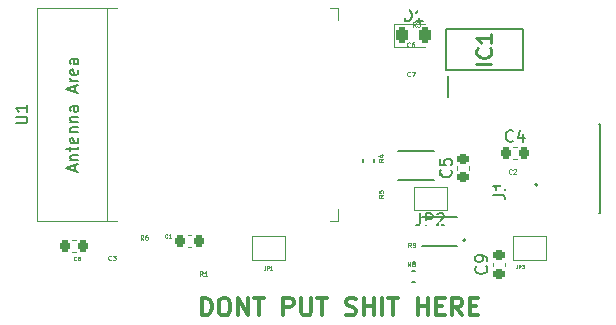
<source format=gto>
G04 #@! TF.GenerationSoftware,KiCad,Pcbnew,7.0.2-6a45011f42~172~ubuntu20.04.1*
G04 #@! TF.CreationDate,2023-05-13T12:04:57+10:00*
G04 #@! TF.ProjectId,pcb_redesign,7063625f-7265-4646-9573-69676e2e6b69,rev?*
G04 #@! TF.SameCoordinates,Original*
G04 #@! TF.FileFunction,Legend,Top*
G04 #@! TF.FilePolarity,Positive*
%FSLAX46Y46*%
G04 Gerber Fmt 4.6, Leading zero omitted, Abs format (unit mm)*
G04 Created by KiCad (PCBNEW 7.0.2-6a45011f42~172~ubuntu20.04.1) date 2023-05-13 12:04:57*
%MOMM*%
%LPD*%
G01*
G04 APERTURE LIST*
G04 Aperture macros list*
%AMRoundRect*
0 Rectangle with rounded corners*
0 $1 Rounding radius*
0 $2 $3 $4 $5 $6 $7 $8 $9 X,Y pos of 4 corners*
0 Add a 4 corners polygon primitive as box body*
4,1,4,$2,$3,$4,$5,$6,$7,$8,$9,$2,$3,0*
0 Add four circle primitives for the rounded corners*
1,1,$1+$1,$2,$3*
1,1,$1+$1,$4,$5*
1,1,$1+$1,$6,$7*
1,1,$1+$1,$8,$9*
0 Add four rect primitives between the rounded corners*
20,1,$1+$1,$2,$3,$4,$5,0*
20,1,$1+$1,$4,$5,$6,$7,0*
20,1,$1+$1,$6,$7,$8,$9,0*
20,1,$1+$1,$8,$9,$2,$3,0*%
G04 Aperture macros list end*
%ADD10C,0.300000*%
%ADD11C,0.098425*%
%ADD12C,0.150000*%
%ADD13C,0.254000*%
%ADD14C,0.075000*%
%ADD15C,0.200000*%
%ADD16C,0.127000*%
%ADD17C,0.120000*%
%ADD18R,0.560000X0.350000*%
%ADD19R,0.200000X1.600000*%
%ADD20R,0.900000X0.970000*%
%ADD21R,0.940000X1.020000*%
%ADD22R,0.870000X0.930000*%
%ADD23R,0.900000X1.500000*%
%ADD24R,1.500000X0.900000*%
%ADD25R,0.900000X0.900000*%
%ADD26R,0.970000X0.930000*%
%ADD27R,0.790000X0.930000*%
%ADD28R,0.930000X0.970000*%
%ADD29R,0.930000X0.790000*%
%ADD30R,1.000000X1.500000*%
%ADD31RoundRect,0.225000X0.250000X-0.225000X0.250000X0.225000X-0.250000X0.225000X-0.250000X-0.225000X0*%
%ADD32R,0.950000X1.750000*%
%ADD33R,3.200000X1.750000*%
%ADD34RoundRect,0.225000X-0.225000X-0.250000X0.225000X-0.250000X0.225000X0.250000X-0.225000X0.250000X0*%
%ADD35R,1.350000X0.400000*%
%ADD36R,1.600000X2.100000*%
%ADD37R,1.900000X1.800000*%
%ADD38R,1.900000X1.900000*%
%ADD39RoundRect,0.243750X-0.243750X-0.456250X0.243750X-0.456250X0.243750X0.456250X-0.243750X0.456250X0*%
G04 APERTURE END LIST*
D10*
X120307142Y-84916428D02*
X120307142Y-83416428D01*
X120307142Y-83416428D02*
X120664285Y-83416428D01*
X120664285Y-83416428D02*
X120878571Y-83487857D01*
X120878571Y-83487857D02*
X121021428Y-83630714D01*
X121021428Y-83630714D02*
X121092857Y-83773571D01*
X121092857Y-83773571D02*
X121164285Y-84059285D01*
X121164285Y-84059285D02*
X121164285Y-84273571D01*
X121164285Y-84273571D02*
X121092857Y-84559285D01*
X121092857Y-84559285D02*
X121021428Y-84702142D01*
X121021428Y-84702142D02*
X120878571Y-84845000D01*
X120878571Y-84845000D02*
X120664285Y-84916428D01*
X120664285Y-84916428D02*
X120307142Y-84916428D01*
X122092857Y-83416428D02*
X122378571Y-83416428D01*
X122378571Y-83416428D02*
X122521428Y-83487857D01*
X122521428Y-83487857D02*
X122664285Y-83630714D01*
X122664285Y-83630714D02*
X122735714Y-83916428D01*
X122735714Y-83916428D02*
X122735714Y-84416428D01*
X122735714Y-84416428D02*
X122664285Y-84702142D01*
X122664285Y-84702142D02*
X122521428Y-84845000D01*
X122521428Y-84845000D02*
X122378571Y-84916428D01*
X122378571Y-84916428D02*
X122092857Y-84916428D01*
X122092857Y-84916428D02*
X121950000Y-84845000D01*
X121950000Y-84845000D02*
X121807142Y-84702142D01*
X121807142Y-84702142D02*
X121735714Y-84416428D01*
X121735714Y-84416428D02*
X121735714Y-83916428D01*
X121735714Y-83916428D02*
X121807142Y-83630714D01*
X121807142Y-83630714D02*
X121950000Y-83487857D01*
X121950000Y-83487857D02*
X122092857Y-83416428D01*
X123378571Y-84916428D02*
X123378571Y-83416428D01*
X123378571Y-83416428D02*
X124235714Y-84916428D01*
X124235714Y-84916428D02*
X124235714Y-83416428D01*
X124735715Y-83416428D02*
X125592858Y-83416428D01*
X125164286Y-84916428D02*
X125164286Y-83416428D01*
X127235714Y-84916428D02*
X127235714Y-83416428D01*
X127235714Y-83416428D02*
X127807143Y-83416428D01*
X127807143Y-83416428D02*
X127950000Y-83487857D01*
X127950000Y-83487857D02*
X128021429Y-83559285D01*
X128021429Y-83559285D02*
X128092857Y-83702142D01*
X128092857Y-83702142D02*
X128092857Y-83916428D01*
X128092857Y-83916428D02*
X128021429Y-84059285D01*
X128021429Y-84059285D02*
X127950000Y-84130714D01*
X127950000Y-84130714D02*
X127807143Y-84202142D01*
X127807143Y-84202142D02*
X127235714Y-84202142D01*
X128735714Y-83416428D02*
X128735714Y-84630714D01*
X128735714Y-84630714D02*
X128807143Y-84773571D01*
X128807143Y-84773571D02*
X128878572Y-84845000D01*
X128878572Y-84845000D02*
X129021429Y-84916428D01*
X129021429Y-84916428D02*
X129307143Y-84916428D01*
X129307143Y-84916428D02*
X129450000Y-84845000D01*
X129450000Y-84845000D02*
X129521429Y-84773571D01*
X129521429Y-84773571D02*
X129592857Y-84630714D01*
X129592857Y-84630714D02*
X129592857Y-83416428D01*
X130092858Y-83416428D02*
X130950001Y-83416428D01*
X130521429Y-84916428D02*
X130521429Y-83416428D01*
X132521429Y-84845000D02*
X132735715Y-84916428D01*
X132735715Y-84916428D02*
X133092857Y-84916428D01*
X133092857Y-84916428D02*
X133235715Y-84845000D01*
X133235715Y-84845000D02*
X133307143Y-84773571D01*
X133307143Y-84773571D02*
X133378572Y-84630714D01*
X133378572Y-84630714D02*
X133378572Y-84487857D01*
X133378572Y-84487857D02*
X133307143Y-84345000D01*
X133307143Y-84345000D02*
X133235715Y-84273571D01*
X133235715Y-84273571D02*
X133092857Y-84202142D01*
X133092857Y-84202142D02*
X132807143Y-84130714D01*
X132807143Y-84130714D02*
X132664286Y-84059285D01*
X132664286Y-84059285D02*
X132592857Y-83987857D01*
X132592857Y-83987857D02*
X132521429Y-83845000D01*
X132521429Y-83845000D02*
X132521429Y-83702142D01*
X132521429Y-83702142D02*
X132592857Y-83559285D01*
X132592857Y-83559285D02*
X132664286Y-83487857D01*
X132664286Y-83487857D02*
X132807143Y-83416428D01*
X132807143Y-83416428D02*
X133164286Y-83416428D01*
X133164286Y-83416428D02*
X133378572Y-83487857D01*
X134021428Y-84916428D02*
X134021428Y-83416428D01*
X134021428Y-84130714D02*
X134878571Y-84130714D01*
X134878571Y-84916428D02*
X134878571Y-83416428D01*
X135592857Y-84916428D02*
X135592857Y-83416428D01*
X136092858Y-83416428D02*
X136950001Y-83416428D01*
X136521429Y-84916428D02*
X136521429Y-83416428D01*
X138592857Y-84916428D02*
X138592857Y-83416428D01*
X138592857Y-84130714D02*
X139450000Y-84130714D01*
X139450000Y-84916428D02*
X139450000Y-83416428D01*
X140164286Y-84130714D02*
X140664286Y-84130714D01*
X140878572Y-84916428D02*
X140164286Y-84916428D01*
X140164286Y-84916428D02*
X140164286Y-83416428D01*
X140164286Y-83416428D02*
X140878572Y-83416428D01*
X142378572Y-84916428D02*
X141878572Y-84202142D01*
X141521429Y-84916428D02*
X141521429Y-83416428D01*
X141521429Y-83416428D02*
X142092858Y-83416428D01*
X142092858Y-83416428D02*
X142235715Y-83487857D01*
X142235715Y-83487857D02*
X142307144Y-83559285D01*
X142307144Y-83559285D02*
X142378572Y-83702142D01*
X142378572Y-83702142D02*
X142378572Y-83916428D01*
X142378572Y-83916428D02*
X142307144Y-84059285D01*
X142307144Y-84059285D02*
X142235715Y-84130714D01*
X142235715Y-84130714D02*
X142092858Y-84202142D01*
X142092858Y-84202142D02*
X141521429Y-84202142D01*
X143021429Y-84130714D02*
X143521429Y-84130714D01*
X143735715Y-84916428D02*
X143021429Y-84916428D01*
X143021429Y-84916428D02*
X143021429Y-83416428D01*
X143021429Y-83416428D02*
X143735715Y-83416428D01*
D11*
X115374383Y-78512133D02*
X115243149Y-78324657D01*
X115149411Y-78512133D02*
X115149411Y-78118432D01*
X115149411Y-78118432D02*
X115299392Y-78118432D01*
X115299392Y-78118432D02*
X115336888Y-78137180D01*
X115336888Y-78137180D02*
X115355635Y-78155928D01*
X115355635Y-78155928D02*
X115374383Y-78193423D01*
X115374383Y-78193423D02*
X115374383Y-78249666D01*
X115374383Y-78249666D02*
X115355635Y-78287161D01*
X115355635Y-78287161D02*
X115336888Y-78305909D01*
X115336888Y-78305909D02*
X115299392Y-78324657D01*
X115299392Y-78324657D02*
X115149411Y-78324657D01*
X115711841Y-78118432D02*
X115636850Y-78118432D01*
X115636850Y-78118432D02*
X115599355Y-78137180D01*
X115599355Y-78137180D02*
X115580607Y-78155928D01*
X115580607Y-78155928D02*
X115543112Y-78212171D01*
X115543112Y-78212171D02*
X115524364Y-78287161D01*
X115524364Y-78287161D02*
X115524364Y-78437143D01*
X115524364Y-78437143D02*
X115543112Y-78474638D01*
X115543112Y-78474638D02*
X115561860Y-78493386D01*
X115561860Y-78493386D02*
X115599355Y-78512133D01*
X115599355Y-78512133D02*
X115674346Y-78512133D01*
X115674346Y-78512133D02*
X115711841Y-78493386D01*
X115711841Y-78493386D02*
X115730589Y-78474638D01*
X115730589Y-78474638D02*
X115749336Y-78437143D01*
X115749336Y-78437143D02*
X115749336Y-78343404D01*
X115749336Y-78343404D02*
X115730589Y-78305909D01*
X115730589Y-78305909D02*
X115711841Y-78287161D01*
X115711841Y-78287161D02*
X115674346Y-78268414D01*
X115674346Y-78268414D02*
X115599355Y-78268414D01*
X115599355Y-78268414D02*
X115561860Y-78287161D01*
X115561860Y-78287161D02*
X115543112Y-78305909D01*
X115543112Y-78305909D02*
X115524364Y-78343404D01*
X138444383Y-60482133D02*
X138313149Y-60294657D01*
X138219411Y-60482133D02*
X138219411Y-60088432D01*
X138219411Y-60088432D02*
X138369392Y-60088432D01*
X138369392Y-60088432D02*
X138406888Y-60107180D01*
X138406888Y-60107180D02*
X138425635Y-60125928D01*
X138425635Y-60125928D02*
X138444383Y-60163423D01*
X138444383Y-60163423D02*
X138444383Y-60219666D01*
X138444383Y-60219666D02*
X138425635Y-60257161D01*
X138425635Y-60257161D02*
X138406888Y-60275909D01*
X138406888Y-60275909D02*
X138369392Y-60294657D01*
X138369392Y-60294657D02*
X138219411Y-60294657D01*
X138575617Y-60088432D02*
X138819336Y-60088432D01*
X138819336Y-60088432D02*
X138688103Y-60238414D01*
X138688103Y-60238414D02*
X138744346Y-60238414D01*
X138744346Y-60238414D02*
X138781841Y-60257161D01*
X138781841Y-60257161D02*
X138800589Y-60275909D01*
X138800589Y-60275909D02*
X138819336Y-60313404D01*
X138819336Y-60313404D02*
X138819336Y-60407143D01*
X138819336Y-60407143D02*
X138800589Y-60444638D01*
X138800589Y-60444638D02*
X138781841Y-60463386D01*
X138781841Y-60463386D02*
X138744346Y-60482133D01*
X138744346Y-60482133D02*
X138631860Y-60482133D01*
X138631860Y-60482133D02*
X138594364Y-60463386D01*
X138594364Y-60463386D02*
X138575617Y-60444638D01*
X112644383Y-80194638D02*
X112625635Y-80213386D01*
X112625635Y-80213386D02*
X112569392Y-80232133D01*
X112569392Y-80232133D02*
X112531897Y-80232133D01*
X112531897Y-80232133D02*
X112475654Y-80213386D01*
X112475654Y-80213386D02*
X112438159Y-80175890D01*
X112438159Y-80175890D02*
X112419411Y-80138395D01*
X112419411Y-80138395D02*
X112400663Y-80063404D01*
X112400663Y-80063404D02*
X112400663Y-80007161D01*
X112400663Y-80007161D02*
X112419411Y-79932171D01*
X112419411Y-79932171D02*
X112438159Y-79894675D01*
X112438159Y-79894675D02*
X112475654Y-79857180D01*
X112475654Y-79857180D02*
X112531897Y-79838432D01*
X112531897Y-79838432D02*
X112569392Y-79838432D01*
X112569392Y-79838432D02*
X112625635Y-79857180D01*
X112625635Y-79857180D02*
X112644383Y-79875928D01*
X112775617Y-79838432D02*
X113019336Y-79838432D01*
X113019336Y-79838432D02*
X112888103Y-79988414D01*
X112888103Y-79988414D02*
X112944346Y-79988414D01*
X112944346Y-79988414D02*
X112981841Y-80007161D01*
X112981841Y-80007161D02*
X113000589Y-80025909D01*
X113000589Y-80025909D02*
X113019336Y-80063404D01*
X113019336Y-80063404D02*
X113019336Y-80157143D01*
X113019336Y-80157143D02*
X113000589Y-80194638D01*
X113000589Y-80194638D02*
X112981841Y-80213386D01*
X112981841Y-80213386D02*
X112944346Y-80232133D01*
X112944346Y-80232133D02*
X112831860Y-80232133D01*
X112831860Y-80232133D02*
X112794364Y-80213386D01*
X112794364Y-80213386D02*
X112775617Y-80194638D01*
D12*
X104552619Y-68661904D02*
X105362142Y-68661904D01*
X105362142Y-68661904D02*
X105457380Y-68614285D01*
X105457380Y-68614285D02*
X105505000Y-68566666D01*
X105505000Y-68566666D02*
X105552619Y-68471428D01*
X105552619Y-68471428D02*
X105552619Y-68280952D01*
X105552619Y-68280952D02*
X105505000Y-68185714D01*
X105505000Y-68185714D02*
X105457380Y-68138095D01*
X105457380Y-68138095D02*
X105362142Y-68090476D01*
X105362142Y-68090476D02*
X104552619Y-68090476D01*
X105552619Y-67090476D02*
X105552619Y-67661904D01*
X105552619Y-67376190D02*
X104552619Y-67376190D01*
X104552619Y-67376190D02*
X104695476Y-67471428D01*
X104695476Y-67471428D02*
X104790714Y-67566666D01*
X104790714Y-67566666D02*
X104838333Y-67661904D01*
X109566904Y-72661905D02*
X109566904Y-72185715D01*
X109852619Y-72757143D02*
X108852619Y-72423810D01*
X108852619Y-72423810D02*
X109852619Y-72090477D01*
X109185952Y-71757143D02*
X109852619Y-71757143D01*
X109281190Y-71757143D02*
X109233571Y-71709524D01*
X109233571Y-71709524D02*
X109185952Y-71614286D01*
X109185952Y-71614286D02*
X109185952Y-71471429D01*
X109185952Y-71471429D02*
X109233571Y-71376191D01*
X109233571Y-71376191D02*
X109328809Y-71328572D01*
X109328809Y-71328572D02*
X109852619Y-71328572D01*
X109185952Y-70995238D02*
X109185952Y-70614286D01*
X108852619Y-70852381D02*
X109709761Y-70852381D01*
X109709761Y-70852381D02*
X109805000Y-70804762D01*
X109805000Y-70804762D02*
X109852619Y-70709524D01*
X109852619Y-70709524D02*
X109852619Y-70614286D01*
X109805000Y-69900000D02*
X109852619Y-69995238D01*
X109852619Y-69995238D02*
X109852619Y-70185714D01*
X109852619Y-70185714D02*
X109805000Y-70280952D01*
X109805000Y-70280952D02*
X109709761Y-70328571D01*
X109709761Y-70328571D02*
X109328809Y-70328571D01*
X109328809Y-70328571D02*
X109233571Y-70280952D01*
X109233571Y-70280952D02*
X109185952Y-70185714D01*
X109185952Y-70185714D02*
X109185952Y-69995238D01*
X109185952Y-69995238D02*
X109233571Y-69900000D01*
X109233571Y-69900000D02*
X109328809Y-69852381D01*
X109328809Y-69852381D02*
X109424047Y-69852381D01*
X109424047Y-69852381D02*
X109519285Y-70328571D01*
X109185952Y-69423809D02*
X109852619Y-69423809D01*
X109281190Y-69423809D02*
X109233571Y-69376190D01*
X109233571Y-69376190D02*
X109185952Y-69280952D01*
X109185952Y-69280952D02*
X109185952Y-69138095D01*
X109185952Y-69138095D02*
X109233571Y-69042857D01*
X109233571Y-69042857D02*
X109328809Y-68995238D01*
X109328809Y-68995238D02*
X109852619Y-68995238D01*
X109185952Y-68519047D02*
X109852619Y-68519047D01*
X109281190Y-68519047D02*
X109233571Y-68471428D01*
X109233571Y-68471428D02*
X109185952Y-68376190D01*
X109185952Y-68376190D02*
X109185952Y-68233333D01*
X109185952Y-68233333D02*
X109233571Y-68138095D01*
X109233571Y-68138095D02*
X109328809Y-68090476D01*
X109328809Y-68090476D02*
X109852619Y-68090476D01*
X109852619Y-67185714D02*
X109328809Y-67185714D01*
X109328809Y-67185714D02*
X109233571Y-67233333D01*
X109233571Y-67233333D02*
X109185952Y-67328571D01*
X109185952Y-67328571D02*
X109185952Y-67519047D01*
X109185952Y-67519047D02*
X109233571Y-67614285D01*
X109805000Y-67185714D02*
X109852619Y-67280952D01*
X109852619Y-67280952D02*
X109852619Y-67519047D01*
X109852619Y-67519047D02*
X109805000Y-67614285D01*
X109805000Y-67614285D02*
X109709761Y-67661904D01*
X109709761Y-67661904D02*
X109614523Y-67661904D01*
X109614523Y-67661904D02*
X109519285Y-67614285D01*
X109519285Y-67614285D02*
X109471666Y-67519047D01*
X109471666Y-67519047D02*
X109471666Y-67280952D01*
X109471666Y-67280952D02*
X109424047Y-67185714D01*
X109566904Y-65995237D02*
X109566904Y-65519047D01*
X109852619Y-66090475D02*
X108852619Y-65757142D01*
X108852619Y-65757142D02*
X109852619Y-65423809D01*
X109852619Y-65090475D02*
X109185952Y-65090475D01*
X109376428Y-65090475D02*
X109281190Y-65042856D01*
X109281190Y-65042856D02*
X109233571Y-64995237D01*
X109233571Y-64995237D02*
X109185952Y-64899999D01*
X109185952Y-64899999D02*
X109185952Y-64804761D01*
X109805000Y-64090475D02*
X109852619Y-64185713D01*
X109852619Y-64185713D02*
X109852619Y-64376189D01*
X109852619Y-64376189D02*
X109805000Y-64471427D01*
X109805000Y-64471427D02*
X109709761Y-64519046D01*
X109709761Y-64519046D02*
X109328809Y-64519046D01*
X109328809Y-64519046D02*
X109233571Y-64471427D01*
X109233571Y-64471427D02*
X109185952Y-64376189D01*
X109185952Y-64376189D02*
X109185952Y-64185713D01*
X109185952Y-64185713D02*
X109233571Y-64090475D01*
X109233571Y-64090475D02*
X109328809Y-64042856D01*
X109328809Y-64042856D02*
X109424047Y-64042856D01*
X109424047Y-64042856D02*
X109519285Y-64519046D01*
X109852619Y-63185713D02*
X109328809Y-63185713D01*
X109328809Y-63185713D02*
X109233571Y-63233332D01*
X109233571Y-63233332D02*
X109185952Y-63328570D01*
X109185952Y-63328570D02*
X109185952Y-63519046D01*
X109185952Y-63519046D02*
X109233571Y-63614284D01*
X109805000Y-63185713D02*
X109852619Y-63280951D01*
X109852619Y-63280951D02*
X109852619Y-63519046D01*
X109852619Y-63519046D02*
X109805000Y-63614284D01*
X109805000Y-63614284D02*
X109709761Y-63661903D01*
X109709761Y-63661903D02*
X109614523Y-63661903D01*
X109614523Y-63661903D02*
X109519285Y-63614284D01*
X109519285Y-63614284D02*
X109471666Y-63519046D01*
X109471666Y-63519046D02*
X109471666Y-63280951D01*
X109471666Y-63280951D02*
X109424047Y-63185713D01*
D11*
X138024383Y-79132133D02*
X137893149Y-78944657D01*
X137799411Y-79132133D02*
X137799411Y-78738432D01*
X137799411Y-78738432D02*
X137949392Y-78738432D01*
X137949392Y-78738432D02*
X137986888Y-78757180D01*
X137986888Y-78757180D02*
X138005635Y-78775928D01*
X138005635Y-78775928D02*
X138024383Y-78813423D01*
X138024383Y-78813423D02*
X138024383Y-78869666D01*
X138024383Y-78869666D02*
X138005635Y-78907161D01*
X138005635Y-78907161D02*
X137986888Y-78925909D01*
X137986888Y-78925909D02*
X137949392Y-78944657D01*
X137949392Y-78944657D02*
X137799411Y-78944657D01*
X138211860Y-79132133D02*
X138286850Y-79132133D01*
X138286850Y-79132133D02*
X138324346Y-79113386D01*
X138324346Y-79113386D02*
X138343093Y-79094638D01*
X138343093Y-79094638D02*
X138380589Y-79038395D01*
X138380589Y-79038395D02*
X138399336Y-78963404D01*
X138399336Y-78963404D02*
X138399336Y-78813423D01*
X138399336Y-78813423D02*
X138380589Y-78775928D01*
X138380589Y-78775928D02*
X138361841Y-78757180D01*
X138361841Y-78757180D02*
X138324346Y-78738432D01*
X138324346Y-78738432D02*
X138249355Y-78738432D01*
X138249355Y-78738432D02*
X138211860Y-78757180D01*
X138211860Y-78757180D02*
X138193112Y-78775928D01*
X138193112Y-78775928D02*
X138174364Y-78813423D01*
X138174364Y-78813423D02*
X138174364Y-78907161D01*
X138174364Y-78907161D02*
X138193112Y-78944657D01*
X138193112Y-78944657D02*
X138211860Y-78963404D01*
X138211860Y-78963404D02*
X138249355Y-78982152D01*
X138249355Y-78982152D02*
X138324346Y-78982152D01*
X138324346Y-78982152D02*
X138361841Y-78963404D01*
X138361841Y-78963404D02*
X138380589Y-78944657D01*
X138380589Y-78944657D02*
X138399336Y-78907161D01*
X137974383Y-80732133D02*
X137843149Y-80544657D01*
X137749411Y-80732133D02*
X137749411Y-80338432D01*
X137749411Y-80338432D02*
X137899392Y-80338432D01*
X137899392Y-80338432D02*
X137936888Y-80357180D01*
X137936888Y-80357180D02*
X137955635Y-80375928D01*
X137955635Y-80375928D02*
X137974383Y-80413423D01*
X137974383Y-80413423D02*
X137974383Y-80469666D01*
X137974383Y-80469666D02*
X137955635Y-80507161D01*
X137955635Y-80507161D02*
X137936888Y-80525909D01*
X137936888Y-80525909D02*
X137899392Y-80544657D01*
X137899392Y-80544657D02*
X137749411Y-80544657D01*
X138199355Y-80507161D02*
X138161860Y-80488414D01*
X138161860Y-80488414D02*
X138143112Y-80469666D01*
X138143112Y-80469666D02*
X138124364Y-80432171D01*
X138124364Y-80432171D02*
X138124364Y-80413423D01*
X138124364Y-80413423D02*
X138143112Y-80375928D01*
X138143112Y-80375928D02*
X138161860Y-80357180D01*
X138161860Y-80357180D02*
X138199355Y-80338432D01*
X138199355Y-80338432D02*
X138274346Y-80338432D01*
X138274346Y-80338432D02*
X138311841Y-80357180D01*
X138311841Y-80357180D02*
X138330589Y-80375928D01*
X138330589Y-80375928D02*
X138349336Y-80413423D01*
X138349336Y-80413423D02*
X138349336Y-80432171D01*
X138349336Y-80432171D02*
X138330589Y-80469666D01*
X138330589Y-80469666D02*
X138311841Y-80488414D01*
X138311841Y-80488414D02*
X138274346Y-80507161D01*
X138274346Y-80507161D02*
X138199355Y-80507161D01*
X138199355Y-80507161D02*
X138161860Y-80525909D01*
X138161860Y-80525909D02*
X138143112Y-80544657D01*
X138143112Y-80544657D02*
X138124364Y-80582152D01*
X138124364Y-80582152D02*
X138124364Y-80657143D01*
X138124364Y-80657143D02*
X138143112Y-80694638D01*
X138143112Y-80694638D02*
X138161860Y-80713386D01*
X138161860Y-80713386D02*
X138199355Y-80732133D01*
X138199355Y-80732133D02*
X138274346Y-80732133D01*
X138274346Y-80732133D02*
X138311841Y-80713386D01*
X138311841Y-80713386D02*
X138330589Y-80694638D01*
X138330589Y-80694638D02*
X138349336Y-80657143D01*
X138349336Y-80657143D02*
X138349336Y-80582152D01*
X138349336Y-80582152D02*
X138330589Y-80544657D01*
X138330589Y-80544657D02*
X138311841Y-80525909D01*
X138311841Y-80525909D02*
X138274346Y-80507161D01*
X135682133Y-74705616D02*
X135494657Y-74836850D01*
X135682133Y-74930588D02*
X135288432Y-74930588D01*
X135288432Y-74930588D02*
X135288432Y-74780607D01*
X135288432Y-74780607D02*
X135307180Y-74743112D01*
X135307180Y-74743112D02*
X135325928Y-74724364D01*
X135325928Y-74724364D02*
X135363423Y-74705616D01*
X135363423Y-74705616D02*
X135419666Y-74705616D01*
X135419666Y-74705616D02*
X135457161Y-74724364D01*
X135457161Y-74724364D02*
X135475909Y-74743112D01*
X135475909Y-74743112D02*
X135494657Y-74780607D01*
X135494657Y-74780607D02*
X135494657Y-74930588D01*
X135288432Y-74349411D02*
X135288432Y-74536887D01*
X135288432Y-74536887D02*
X135475909Y-74555635D01*
X135475909Y-74555635D02*
X135457161Y-74536887D01*
X135457161Y-74536887D02*
X135438414Y-74499392D01*
X135438414Y-74499392D02*
X135438414Y-74405654D01*
X135438414Y-74405654D02*
X135457161Y-74368158D01*
X135457161Y-74368158D02*
X135475909Y-74349411D01*
X135475909Y-74349411D02*
X135513404Y-74330663D01*
X135513404Y-74330663D02*
X135607143Y-74330663D01*
X135607143Y-74330663D02*
X135644638Y-74349411D01*
X135644638Y-74349411D02*
X135663386Y-74368158D01*
X135663386Y-74368158D02*
X135682133Y-74405654D01*
X135682133Y-74405654D02*
X135682133Y-74499392D01*
X135682133Y-74499392D02*
X135663386Y-74536887D01*
X135663386Y-74536887D02*
X135644638Y-74555635D01*
X135682133Y-71655616D02*
X135494657Y-71786850D01*
X135682133Y-71880588D02*
X135288432Y-71880588D01*
X135288432Y-71880588D02*
X135288432Y-71730607D01*
X135288432Y-71730607D02*
X135307180Y-71693112D01*
X135307180Y-71693112D02*
X135325928Y-71674364D01*
X135325928Y-71674364D02*
X135363423Y-71655616D01*
X135363423Y-71655616D02*
X135419666Y-71655616D01*
X135419666Y-71655616D02*
X135457161Y-71674364D01*
X135457161Y-71674364D02*
X135475909Y-71693112D01*
X135475909Y-71693112D02*
X135494657Y-71730607D01*
X135494657Y-71730607D02*
X135494657Y-71880588D01*
X135419666Y-71318158D02*
X135682133Y-71318158D01*
X135269685Y-71411897D02*
X135550900Y-71505635D01*
X135550900Y-71505635D02*
X135550900Y-71261915D01*
D12*
X138816666Y-76262619D02*
X138816666Y-76976904D01*
X138816666Y-76976904D02*
X138769047Y-77119761D01*
X138769047Y-77119761D02*
X138673809Y-77215000D01*
X138673809Y-77215000D02*
X138530952Y-77262619D01*
X138530952Y-77262619D02*
X138435714Y-77262619D01*
X139292857Y-77262619D02*
X139292857Y-76262619D01*
X139292857Y-76262619D02*
X139673809Y-76262619D01*
X139673809Y-76262619D02*
X139769047Y-76310238D01*
X139769047Y-76310238D02*
X139816666Y-76357857D01*
X139816666Y-76357857D02*
X139864285Y-76453095D01*
X139864285Y-76453095D02*
X139864285Y-76595952D01*
X139864285Y-76595952D02*
X139816666Y-76691190D01*
X139816666Y-76691190D02*
X139769047Y-76738809D01*
X139769047Y-76738809D02*
X139673809Y-76786428D01*
X139673809Y-76786428D02*
X139292857Y-76786428D01*
X140245238Y-76357857D02*
X140292857Y-76310238D01*
X140292857Y-76310238D02*
X140388095Y-76262619D01*
X140388095Y-76262619D02*
X140626190Y-76262619D01*
X140626190Y-76262619D02*
X140721428Y-76310238D01*
X140721428Y-76310238D02*
X140769047Y-76357857D01*
X140769047Y-76357857D02*
X140816666Y-76453095D01*
X140816666Y-76453095D02*
X140816666Y-76548333D01*
X140816666Y-76548333D02*
X140769047Y-76691190D01*
X140769047Y-76691190D02*
X140197619Y-77262619D01*
X140197619Y-77262619D02*
X140816666Y-77262619D01*
X141387380Y-72591666D02*
X141435000Y-72639285D01*
X141435000Y-72639285D02*
X141482619Y-72782142D01*
X141482619Y-72782142D02*
X141482619Y-72877380D01*
X141482619Y-72877380D02*
X141435000Y-73020237D01*
X141435000Y-73020237D02*
X141339761Y-73115475D01*
X141339761Y-73115475D02*
X141244523Y-73163094D01*
X141244523Y-73163094D02*
X141054047Y-73210713D01*
X141054047Y-73210713D02*
X140911190Y-73210713D01*
X140911190Y-73210713D02*
X140720714Y-73163094D01*
X140720714Y-73163094D02*
X140625476Y-73115475D01*
X140625476Y-73115475D02*
X140530238Y-73020237D01*
X140530238Y-73020237D02*
X140482619Y-72877380D01*
X140482619Y-72877380D02*
X140482619Y-72782142D01*
X140482619Y-72782142D02*
X140530238Y-72639285D01*
X140530238Y-72639285D02*
X140577857Y-72591666D01*
X140482619Y-71686904D02*
X140482619Y-72163094D01*
X140482619Y-72163094D02*
X140958809Y-72210713D01*
X140958809Y-72210713D02*
X140911190Y-72163094D01*
X140911190Y-72163094D02*
X140863571Y-72067856D01*
X140863571Y-72067856D02*
X140863571Y-71829761D01*
X140863571Y-71829761D02*
X140911190Y-71734523D01*
X140911190Y-71734523D02*
X140958809Y-71686904D01*
X140958809Y-71686904D02*
X141054047Y-71639285D01*
X141054047Y-71639285D02*
X141292142Y-71639285D01*
X141292142Y-71639285D02*
X141387380Y-71686904D01*
X141387380Y-71686904D02*
X141435000Y-71734523D01*
X141435000Y-71734523D02*
X141482619Y-71829761D01*
X141482619Y-71829761D02*
X141482619Y-72067856D01*
X141482619Y-72067856D02*
X141435000Y-72163094D01*
X141435000Y-72163094D02*
X141387380Y-72210713D01*
X144387380Y-80766666D02*
X144435000Y-80814285D01*
X144435000Y-80814285D02*
X144482619Y-80957142D01*
X144482619Y-80957142D02*
X144482619Y-81052380D01*
X144482619Y-81052380D02*
X144435000Y-81195237D01*
X144435000Y-81195237D02*
X144339761Y-81290475D01*
X144339761Y-81290475D02*
X144244523Y-81338094D01*
X144244523Y-81338094D02*
X144054047Y-81385713D01*
X144054047Y-81385713D02*
X143911190Y-81385713D01*
X143911190Y-81385713D02*
X143720714Y-81338094D01*
X143720714Y-81338094D02*
X143625476Y-81290475D01*
X143625476Y-81290475D02*
X143530238Y-81195237D01*
X143530238Y-81195237D02*
X143482619Y-81052380D01*
X143482619Y-81052380D02*
X143482619Y-80957142D01*
X143482619Y-80957142D02*
X143530238Y-80814285D01*
X143530238Y-80814285D02*
X143577857Y-80766666D01*
X144482619Y-80290475D02*
X144482619Y-80099999D01*
X144482619Y-80099999D02*
X144435000Y-80004761D01*
X144435000Y-80004761D02*
X144387380Y-79957142D01*
X144387380Y-79957142D02*
X144244523Y-79861904D01*
X144244523Y-79861904D02*
X144054047Y-79814285D01*
X144054047Y-79814285D02*
X143673095Y-79814285D01*
X143673095Y-79814285D02*
X143577857Y-79861904D01*
X143577857Y-79861904D02*
X143530238Y-79909523D01*
X143530238Y-79909523D02*
X143482619Y-80004761D01*
X143482619Y-80004761D02*
X143482619Y-80195237D01*
X143482619Y-80195237D02*
X143530238Y-80290475D01*
X143530238Y-80290475D02*
X143577857Y-80338094D01*
X143577857Y-80338094D02*
X143673095Y-80385713D01*
X143673095Y-80385713D02*
X143911190Y-80385713D01*
X143911190Y-80385713D02*
X144006428Y-80338094D01*
X144006428Y-80338094D02*
X144054047Y-80290475D01*
X144054047Y-80290475D02*
X144101666Y-80195237D01*
X144101666Y-80195237D02*
X144101666Y-80004761D01*
X144101666Y-80004761D02*
X144054047Y-79909523D01*
X144054047Y-79909523D02*
X144006428Y-79861904D01*
X144006428Y-79861904D02*
X143911190Y-79814285D01*
D11*
X137954383Y-64624638D02*
X137935635Y-64643386D01*
X137935635Y-64643386D02*
X137879392Y-64662133D01*
X137879392Y-64662133D02*
X137841897Y-64662133D01*
X137841897Y-64662133D02*
X137785654Y-64643386D01*
X137785654Y-64643386D02*
X137748159Y-64605890D01*
X137748159Y-64605890D02*
X137729411Y-64568395D01*
X137729411Y-64568395D02*
X137710663Y-64493404D01*
X137710663Y-64493404D02*
X137710663Y-64437161D01*
X137710663Y-64437161D02*
X137729411Y-64362171D01*
X137729411Y-64362171D02*
X137748159Y-64324675D01*
X137748159Y-64324675D02*
X137785654Y-64287180D01*
X137785654Y-64287180D02*
X137841897Y-64268432D01*
X137841897Y-64268432D02*
X137879392Y-64268432D01*
X137879392Y-64268432D02*
X137935635Y-64287180D01*
X137935635Y-64287180D02*
X137954383Y-64305928D01*
X138085617Y-64268432D02*
X138348084Y-64268432D01*
X138348084Y-64268432D02*
X138179355Y-64662133D01*
D13*
X144837526Y-63639762D02*
X143567526Y-63639762D01*
X144716573Y-62309285D02*
X144777050Y-62369761D01*
X144777050Y-62369761D02*
X144837526Y-62551190D01*
X144837526Y-62551190D02*
X144837526Y-62672142D01*
X144837526Y-62672142D02*
X144777050Y-62853571D01*
X144777050Y-62853571D02*
X144656097Y-62974523D01*
X144656097Y-62974523D02*
X144535145Y-63035000D01*
X144535145Y-63035000D02*
X144293240Y-63095476D01*
X144293240Y-63095476D02*
X144111811Y-63095476D01*
X144111811Y-63095476D02*
X143869907Y-63035000D01*
X143869907Y-63035000D02*
X143748954Y-62974523D01*
X143748954Y-62974523D02*
X143628002Y-62853571D01*
X143628002Y-62853571D02*
X143567526Y-62672142D01*
X143567526Y-62672142D02*
X143567526Y-62551190D01*
X143567526Y-62551190D02*
X143628002Y-62369761D01*
X143628002Y-62369761D02*
X143688478Y-62309285D01*
X144837526Y-61099761D02*
X144837526Y-61825476D01*
X144837526Y-61462619D02*
X143567526Y-61462619D01*
X143567526Y-61462619D02*
X143748954Y-61583571D01*
X143748954Y-61583571D02*
X143869907Y-61704523D01*
X143869907Y-61704523D02*
X143930383Y-61825476D01*
D12*
X146683333Y-70137380D02*
X146635714Y-70185000D01*
X146635714Y-70185000D02*
X146492857Y-70232619D01*
X146492857Y-70232619D02*
X146397619Y-70232619D01*
X146397619Y-70232619D02*
X146254762Y-70185000D01*
X146254762Y-70185000D02*
X146159524Y-70089761D01*
X146159524Y-70089761D02*
X146111905Y-69994523D01*
X146111905Y-69994523D02*
X146064286Y-69804047D01*
X146064286Y-69804047D02*
X146064286Y-69661190D01*
X146064286Y-69661190D02*
X146111905Y-69470714D01*
X146111905Y-69470714D02*
X146159524Y-69375476D01*
X146159524Y-69375476D02*
X146254762Y-69280238D01*
X146254762Y-69280238D02*
X146397619Y-69232619D01*
X146397619Y-69232619D02*
X146492857Y-69232619D01*
X146492857Y-69232619D02*
X146635714Y-69280238D01*
X146635714Y-69280238D02*
X146683333Y-69327857D01*
X147540476Y-69565952D02*
X147540476Y-70232619D01*
X147302381Y-69185000D02*
X147064286Y-69899285D01*
X147064286Y-69899285D02*
X147683333Y-69899285D01*
D14*
X147000000Y-80638785D02*
X147000000Y-80853071D01*
X147000000Y-80853071D02*
X146985715Y-80895928D01*
X146985715Y-80895928D02*
X146957143Y-80924500D01*
X146957143Y-80924500D02*
X146914286Y-80938785D01*
X146914286Y-80938785D02*
X146885715Y-80938785D01*
X147142857Y-80938785D02*
X147142857Y-80638785D01*
X147142857Y-80638785D02*
X147257143Y-80638785D01*
X147257143Y-80638785D02*
X147285714Y-80653071D01*
X147285714Y-80653071D02*
X147300000Y-80667357D01*
X147300000Y-80667357D02*
X147314286Y-80695928D01*
X147314286Y-80695928D02*
X147314286Y-80738785D01*
X147314286Y-80738785D02*
X147300000Y-80767357D01*
X147300000Y-80767357D02*
X147285714Y-80781642D01*
X147285714Y-80781642D02*
X147257143Y-80795928D01*
X147257143Y-80795928D02*
X147142857Y-80795928D01*
X147414286Y-80638785D02*
X147600000Y-80638785D01*
X147600000Y-80638785D02*
X147500000Y-80753071D01*
X147500000Y-80753071D02*
X147542857Y-80753071D01*
X147542857Y-80753071D02*
X147571429Y-80767357D01*
X147571429Y-80767357D02*
X147585714Y-80781642D01*
X147585714Y-80781642D02*
X147600000Y-80810214D01*
X147600000Y-80810214D02*
X147600000Y-80881642D01*
X147600000Y-80881642D02*
X147585714Y-80910214D01*
X147585714Y-80910214D02*
X147571429Y-80924500D01*
X147571429Y-80924500D02*
X147542857Y-80938785D01*
X147542857Y-80938785D02*
X147457143Y-80938785D01*
X147457143Y-80938785D02*
X147428571Y-80924500D01*
X147428571Y-80924500D02*
X147414286Y-80910214D01*
D12*
X144967619Y-74688333D02*
X145681904Y-74688333D01*
X145681904Y-74688333D02*
X145824761Y-74735952D01*
X145824761Y-74735952D02*
X145920000Y-74831190D01*
X145920000Y-74831190D02*
X145967619Y-74974047D01*
X145967619Y-74974047D02*
X145967619Y-75069285D01*
X145967619Y-73688333D02*
X145967619Y-74259761D01*
X145967619Y-73974047D02*
X144967619Y-73974047D01*
X144967619Y-73974047D02*
X145110476Y-74069285D01*
X145110476Y-74069285D02*
X145205714Y-74164523D01*
X145205714Y-74164523D02*
X145253333Y-74259761D01*
X137511905Y-60012619D02*
X137511905Y-59012619D01*
X137511905Y-59012619D02*
X137750000Y-59012619D01*
X137750000Y-59012619D02*
X137892857Y-59060238D01*
X137892857Y-59060238D02*
X137988095Y-59155476D01*
X137988095Y-59155476D02*
X138035714Y-59250714D01*
X138035714Y-59250714D02*
X138083333Y-59441190D01*
X138083333Y-59441190D02*
X138083333Y-59584047D01*
X138083333Y-59584047D02*
X138035714Y-59774523D01*
X138035714Y-59774523D02*
X137988095Y-59869761D01*
X137988095Y-59869761D02*
X137892857Y-59965000D01*
X137892857Y-59965000D02*
X137750000Y-60012619D01*
X137750000Y-60012619D02*
X137511905Y-60012619D01*
X139035714Y-60012619D02*
X138464286Y-60012619D01*
X138750000Y-60012619D02*
X138750000Y-59012619D01*
X138750000Y-59012619D02*
X138654762Y-59155476D01*
X138654762Y-59155476D02*
X138559524Y-59250714D01*
X138559524Y-59250714D02*
X138464286Y-59298333D01*
D14*
X117400000Y-78310214D02*
X117385714Y-78324500D01*
X117385714Y-78324500D02*
X117342857Y-78338785D01*
X117342857Y-78338785D02*
X117314285Y-78338785D01*
X117314285Y-78338785D02*
X117271428Y-78324500D01*
X117271428Y-78324500D02*
X117242857Y-78295928D01*
X117242857Y-78295928D02*
X117228571Y-78267357D01*
X117228571Y-78267357D02*
X117214285Y-78210214D01*
X117214285Y-78210214D02*
X117214285Y-78167357D01*
X117214285Y-78167357D02*
X117228571Y-78110214D01*
X117228571Y-78110214D02*
X117242857Y-78081642D01*
X117242857Y-78081642D02*
X117271428Y-78053071D01*
X117271428Y-78053071D02*
X117314285Y-78038785D01*
X117314285Y-78038785D02*
X117342857Y-78038785D01*
X117342857Y-78038785D02*
X117385714Y-78053071D01*
X117385714Y-78053071D02*
X117400000Y-78067357D01*
X117685714Y-78338785D02*
X117514285Y-78338785D01*
X117600000Y-78338785D02*
X117600000Y-78038785D01*
X117600000Y-78038785D02*
X117571428Y-78081642D01*
X117571428Y-78081642D02*
X117542857Y-78110214D01*
X117542857Y-78110214D02*
X117514285Y-78124500D01*
X109700000Y-80210214D02*
X109685714Y-80224500D01*
X109685714Y-80224500D02*
X109642857Y-80238785D01*
X109642857Y-80238785D02*
X109614285Y-80238785D01*
X109614285Y-80238785D02*
X109571428Y-80224500D01*
X109571428Y-80224500D02*
X109542857Y-80195928D01*
X109542857Y-80195928D02*
X109528571Y-80167357D01*
X109528571Y-80167357D02*
X109514285Y-80110214D01*
X109514285Y-80110214D02*
X109514285Y-80067357D01*
X109514285Y-80067357D02*
X109528571Y-80010214D01*
X109528571Y-80010214D02*
X109542857Y-79981642D01*
X109542857Y-79981642D02*
X109571428Y-79953071D01*
X109571428Y-79953071D02*
X109614285Y-79938785D01*
X109614285Y-79938785D02*
X109642857Y-79938785D01*
X109642857Y-79938785D02*
X109685714Y-79953071D01*
X109685714Y-79953071D02*
X109700000Y-79967357D01*
X109871428Y-80067357D02*
X109842857Y-80053071D01*
X109842857Y-80053071D02*
X109828571Y-80038785D01*
X109828571Y-80038785D02*
X109814285Y-80010214D01*
X109814285Y-80010214D02*
X109814285Y-79995928D01*
X109814285Y-79995928D02*
X109828571Y-79967357D01*
X109828571Y-79967357D02*
X109842857Y-79953071D01*
X109842857Y-79953071D02*
X109871428Y-79938785D01*
X109871428Y-79938785D02*
X109928571Y-79938785D01*
X109928571Y-79938785D02*
X109957143Y-79953071D01*
X109957143Y-79953071D02*
X109971428Y-79967357D01*
X109971428Y-79967357D02*
X109985714Y-79995928D01*
X109985714Y-79995928D02*
X109985714Y-80010214D01*
X109985714Y-80010214D02*
X109971428Y-80038785D01*
X109971428Y-80038785D02*
X109957143Y-80053071D01*
X109957143Y-80053071D02*
X109928571Y-80067357D01*
X109928571Y-80067357D02*
X109871428Y-80067357D01*
X109871428Y-80067357D02*
X109842857Y-80081642D01*
X109842857Y-80081642D02*
X109828571Y-80095928D01*
X109828571Y-80095928D02*
X109814285Y-80124500D01*
X109814285Y-80124500D02*
X109814285Y-80181642D01*
X109814285Y-80181642D02*
X109828571Y-80210214D01*
X109828571Y-80210214D02*
X109842857Y-80224500D01*
X109842857Y-80224500D02*
X109871428Y-80238785D01*
X109871428Y-80238785D02*
X109928571Y-80238785D01*
X109928571Y-80238785D02*
X109957143Y-80224500D01*
X109957143Y-80224500D02*
X109971428Y-80210214D01*
X109971428Y-80210214D02*
X109985714Y-80181642D01*
X109985714Y-80181642D02*
X109985714Y-80124500D01*
X109985714Y-80124500D02*
X109971428Y-80095928D01*
X109971428Y-80095928D02*
X109957143Y-80081642D01*
X109957143Y-80081642D02*
X109928571Y-80067357D01*
D11*
X137954383Y-62144638D02*
X137935635Y-62163386D01*
X137935635Y-62163386D02*
X137879392Y-62182133D01*
X137879392Y-62182133D02*
X137841897Y-62182133D01*
X137841897Y-62182133D02*
X137785654Y-62163386D01*
X137785654Y-62163386D02*
X137748159Y-62125890D01*
X137748159Y-62125890D02*
X137729411Y-62088395D01*
X137729411Y-62088395D02*
X137710663Y-62013404D01*
X137710663Y-62013404D02*
X137710663Y-61957161D01*
X137710663Y-61957161D02*
X137729411Y-61882171D01*
X137729411Y-61882171D02*
X137748159Y-61844675D01*
X137748159Y-61844675D02*
X137785654Y-61807180D01*
X137785654Y-61807180D02*
X137841897Y-61788432D01*
X137841897Y-61788432D02*
X137879392Y-61788432D01*
X137879392Y-61788432D02*
X137935635Y-61807180D01*
X137935635Y-61807180D02*
X137954383Y-61825928D01*
X138291841Y-61788432D02*
X138216850Y-61788432D01*
X138216850Y-61788432D02*
X138179355Y-61807180D01*
X138179355Y-61807180D02*
X138160607Y-61825928D01*
X138160607Y-61825928D02*
X138123112Y-61882171D01*
X138123112Y-61882171D02*
X138104364Y-61957161D01*
X138104364Y-61957161D02*
X138104364Y-62107143D01*
X138104364Y-62107143D02*
X138123112Y-62144638D01*
X138123112Y-62144638D02*
X138141860Y-62163386D01*
X138141860Y-62163386D02*
X138179355Y-62182133D01*
X138179355Y-62182133D02*
X138254346Y-62182133D01*
X138254346Y-62182133D02*
X138291841Y-62163386D01*
X138291841Y-62163386D02*
X138310589Y-62144638D01*
X138310589Y-62144638D02*
X138329336Y-62107143D01*
X138329336Y-62107143D02*
X138329336Y-62013404D01*
X138329336Y-62013404D02*
X138310589Y-61975909D01*
X138310589Y-61975909D02*
X138291841Y-61957161D01*
X138291841Y-61957161D02*
X138254346Y-61938414D01*
X138254346Y-61938414D02*
X138179355Y-61938414D01*
X138179355Y-61938414D02*
X138141860Y-61957161D01*
X138141860Y-61957161D02*
X138123112Y-61975909D01*
X138123112Y-61975909D02*
X138104364Y-62013404D01*
D14*
X125700000Y-80738785D02*
X125700000Y-80953071D01*
X125700000Y-80953071D02*
X125685715Y-80995928D01*
X125685715Y-80995928D02*
X125657143Y-81024500D01*
X125657143Y-81024500D02*
X125614286Y-81038785D01*
X125614286Y-81038785D02*
X125585715Y-81038785D01*
X125842857Y-81038785D02*
X125842857Y-80738785D01*
X125842857Y-80738785D02*
X125957143Y-80738785D01*
X125957143Y-80738785D02*
X125985714Y-80753071D01*
X125985714Y-80753071D02*
X126000000Y-80767357D01*
X126000000Y-80767357D02*
X126014286Y-80795928D01*
X126014286Y-80795928D02*
X126014286Y-80838785D01*
X126014286Y-80838785D02*
X126000000Y-80867357D01*
X126000000Y-80867357D02*
X125985714Y-80881642D01*
X125985714Y-80881642D02*
X125957143Y-80895928D01*
X125957143Y-80895928D02*
X125842857Y-80895928D01*
X126300000Y-81038785D02*
X126128571Y-81038785D01*
X126214286Y-81038785D02*
X126214286Y-80738785D01*
X126214286Y-80738785D02*
X126185714Y-80781642D01*
X126185714Y-80781642D02*
X126157143Y-80810214D01*
X126157143Y-80810214D02*
X126128571Y-80824500D01*
D11*
X120384383Y-81582133D02*
X120253149Y-81394657D01*
X120159411Y-81582133D02*
X120159411Y-81188432D01*
X120159411Y-81188432D02*
X120309392Y-81188432D01*
X120309392Y-81188432D02*
X120346888Y-81207180D01*
X120346888Y-81207180D02*
X120365635Y-81225928D01*
X120365635Y-81225928D02*
X120384383Y-81263423D01*
X120384383Y-81263423D02*
X120384383Y-81319666D01*
X120384383Y-81319666D02*
X120365635Y-81357161D01*
X120365635Y-81357161D02*
X120346888Y-81375909D01*
X120346888Y-81375909D02*
X120309392Y-81394657D01*
X120309392Y-81394657D02*
X120159411Y-81394657D01*
X120759336Y-81582133D02*
X120534364Y-81582133D01*
X120646850Y-81582133D02*
X120646850Y-81188432D01*
X120646850Y-81188432D02*
X120609355Y-81244675D01*
X120609355Y-81244675D02*
X120571860Y-81282171D01*
X120571860Y-81282171D02*
X120534364Y-81300918D01*
X146559383Y-72889638D02*
X146540635Y-72908386D01*
X146540635Y-72908386D02*
X146484392Y-72927133D01*
X146484392Y-72927133D02*
X146446897Y-72927133D01*
X146446897Y-72927133D02*
X146390654Y-72908386D01*
X146390654Y-72908386D02*
X146353159Y-72870890D01*
X146353159Y-72870890D02*
X146334411Y-72833395D01*
X146334411Y-72833395D02*
X146315663Y-72758404D01*
X146315663Y-72758404D02*
X146315663Y-72702161D01*
X146315663Y-72702161D02*
X146334411Y-72627171D01*
X146334411Y-72627171D02*
X146353159Y-72589675D01*
X146353159Y-72589675D02*
X146390654Y-72552180D01*
X146390654Y-72552180D02*
X146446897Y-72533432D01*
X146446897Y-72533432D02*
X146484392Y-72533432D01*
X146484392Y-72533432D02*
X146540635Y-72552180D01*
X146540635Y-72552180D02*
X146559383Y-72570928D01*
X146709364Y-72570928D02*
X146728112Y-72552180D01*
X146728112Y-72552180D02*
X146765607Y-72533432D01*
X146765607Y-72533432D02*
X146859346Y-72533432D01*
X146859346Y-72533432D02*
X146896841Y-72552180D01*
X146896841Y-72552180D02*
X146915589Y-72570928D01*
X146915589Y-72570928D02*
X146934336Y-72608423D01*
X146934336Y-72608423D02*
X146934336Y-72645918D01*
X146934336Y-72645918D02*
X146915589Y-72702161D01*
X146915589Y-72702161D02*
X146690617Y-72927133D01*
X146690617Y-72927133D02*
X146934336Y-72927133D01*
D15*
X140650000Y-72950000D02*
G75*
G03*
X140650000Y-72950000I-100000J0D01*
G01*
D16*
X139950000Y-73445000D02*
X136950000Y-73445000D01*
X136950000Y-70955000D02*
X139950000Y-70955000D01*
D17*
X106390000Y-76900000D02*
X113140000Y-76900000D01*
X106390000Y-76900000D02*
X106390000Y-58900000D01*
X131140000Y-76900000D02*
X131890000Y-76900000D01*
X131890000Y-76900000D02*
X131890000Y-75900000D01*
X106390000Y-58900000D02*
X113140000Y-58900000D01*
X112330000Y-58900000D02*
X112330000Y-76900000D01*
X131140000Y-58900000D02*
X131890000Y-58900000D01*
X131890000Y-58900000D02*
X131890000Y-59900000D01*
D16*
X138140000Y-81150000D02*
X138360000Y-81150000D01*
X138140000Y-82050000D02*
X138360000Y-82050000D01*
X134900000Y-71690000D02*
X134900000Y-71910000D01*
X134000000Y-71690000D02*
X134000000Y-71910000D01*
D17*
X138250000Y-74000000D02*
X141050000Y-74000000D01*
X141050000Y-74000000D02*
X141050000Y-76000000D01*
X141050000Y-76000000D02*
X138250000Y-76000000D01*
X138250000Y-76000000D02*
X138250000Y-74000000D01*
X142960000Y-72565580D02*
X142960000Y-72284420D01*
X141940000Y-72565580D02*
X141940000Y-72284420D01*
D15*
X142650000Y-78550000D02*
G75*
G03*
X142650000Y-78550000I-100000J0D01*
G01*
D16*
X141950000Y-79045000D02*
X138950000Y-79045000D01*
X138950000Y-76555000D02*
X141950000Y-76555000D01*
D17*
X144940000Y-80740580D02*
X144940000Y-80459420D01*
X145960000Y-80740580D02*
X145960000Y-80459420D01*
D15*
X141125000Y-66425000D02*
X141125000Y-64675000D01*
X141000000Y-64150000D02*
X141000000Y-60650000D01*
X147500000Y-64150000D02*
X141000000Y-64150000D01*
X141000000Y-60650000D02*
X147500000Y-60650000D01*
X147500000Y-60650000D02*
X147500000Y-64150000D01*
D17*
X146709420Y-70690000D02*
X146990580Y-70690000D01*
X146709420Y-71710000D02*
X146990580Y-71710000D01*
X146650000Y-78200000D02*
X149450000Y-78200000D01*
X146650000Y-80200000D02*
X146650000Y-78200000D01*
X149450000Y-78200000D02*
X149450000Y-80200000D01*
X149450000Y-80200000D02*
X146650000Y-80200000D01*
D16*
X153950000Y-76200000D02*
X154075000Y-76200000D01*
X154075000Y-76200000D02*
X154075000Y-68700000D01*
X154075000Y-68700000D02*
X153950000Y-68700000D01*
D15*
X148750000Y-73850000D02*
G75*
G03*
X148750000Y-73850000I-100000J0D01*
G01*
D17*
X136565000Y-60240000D02*
X136565000Y-62160000D01*
X136565000Y-62160000D02*
X139250000Y-62160000D01*
X139250000Y-60240000D02*
X136565000Y-60240000D01*
X119134120Y-78090000D02*
X119415280Y-78090000D01*
X119134120Y-79110000D02*
X119415280Y-79110000D01*
X109359420Y-78490000D02*
X109640580Y-78490000D01*
X109359420Y-79510000D02*
X109640580Y-79510000D01*
X127400000Y-80200000D02*
X124600000Y-80200000D01*
X127400000Y-78200000D02*
X127400000Y-80200000D01*
X124600000Y-80200000D02*
X124600000Y-78200000D01*
X124600000Y-78200000D02*
X127400000Y-78200000D01*
%LPC*%
D18*
X139685000Y-72950000D03*
X139685000Y-72450000D03*
X139685000Y-71950000D03*
X139685000Y-71450000D03*
X137215000Y-71450000D03*
X137215000Y-71950000D03*
X137215000Y-72450000D03*
X137215000Y-72950000D03*
D19*
X138450000Y-72200000D03*
D20*
X114890000Y-79400000D03*
X116410000Y-79400000D03*
D21*
X139040000Y-59200000D03*
X137460000Y-59200000D03*
D22*
X113280000Y-79000000D03*
X111720000Y-79000000D03*
D23*
X113880000Y-76650000D03*
X115150000Y-76650000D03*
X116420000Y-76650000D03*
X117690000Y-76650000D03*
X118960000Y-76650000D03*
X120230000Y-76650000D03*
X121500000Y-76650000D03*
X122770000Y-76650000D03*
X124040000Y-76650000D03*
X125310000Y-76650000D03*
X126580000Y-76650000D03*
X127850000Y-76650000D03*
X129120000Y-76650000D03*
X130390000Y-76650000D03*
D24*
X131640000Y-74885000D03*
X131640000Y-73615000D03*
X131640000Y-72345000D03*
X131640000Y-71075000D03*
X131640000Y-69805000D03*
X131640000Y-68535000D03*
X131640000Y-67265000D03*
X131640000Y-65995000D03*
X131640000Y-64725000D03*
X131640000Y-63455000D03*
X131640000Y-62185000D03*
X131640000Y-60915000D03*
D23*
X130390000Y-59150000D03*
X129120000Y-59150000D03*
X127850000Y-59150000D03*
X126580000Y-59150000D03*
X125310000Y-59150000D03*
X124040000Y-59150000D03*
X122770000Y-59150000D03*
X121500000Y-59150000D03*
X120230000Y-59150000D03*
X118960000Y-59150000D03*
X117690000Y-59150000D03*
X116420000Y-59150000D03*
X115150000Y-59150000D03*
X113880000Y-59150000D03*
D25*
X120200000Y-70800000D03*
X121600000Y-70800000D03*
X123000000Y-70800000D03*
X120200000Y-69400000D03*
X121600000Y-69400000D03*
X123000000Y-69400000D03*
X120200000Y-68000000D03*
X121600000Y-68000000D03*
X123000000Y-68000000D03*
D26*
X137570000Y-80000000D03*
X138930000Y-80000000D03*
D27*
X137430000Y-81600000D03*
X139070000Y-81600000D03*
D28*
X134450000Y-74120000D03*
X134450000Y-75480000D03*
D29*
X134450000Y-70980000D03*
X134450000Y-72620000D03*
D30*
X140300000Y-75000000D03*
X139000000Y-75000000D03*
D31*
X142450000Y-73200000D03*
X142450000Y-71650000D03*
D18*
X141685000Y-78550000D03*
X141685000Y-78050000D03*
X141685000Y-77550000D03*
X141685000Y-77050000D03*
X139215000Y-77050000D03*
X139215000Y-77550000D03*
X139215000Y-78050000D03*
X139215000Y-78550000D03*
D19*
X140450000Y-77800000D03*
D31*
X145450000Y-79825000D03*
X145450000Y-81375000D03*
D22*
X137450000Y-65530000D03*
X139010000Y-65530000D03*
D32*
X141950000Y-65550000D03*
X144250000Y-65550000D03*
X146550000Y-65550000D03*
D33*
X144250000Y-59250000D03*
D34*
X146075000Y-71200000D03*
X147625000Y-71200000D03*
D30*
X147400000Y-79200000D03*
X148700000Y-79200000D03*
D35*
X149950000Y-73750000D03*
X149950000Y-73100000D03*
X149950000Y-72450000D03*
X149950000Y-71800000D03*
X149950000Y-71150000D03*
D36*
X150075000Y-75550000D03*
X150075000Y-69350000D03*
D37*
X152625000Y-76250000D03*
D38*
X152625000Y-73650000D03*
X152625000Y-71250000D03*
D37*
X152625000Y-68650000D03*
D39*
X137312500Y-61200000D03*
X139187500Y-61200000D03*
D34*
X118499700Y-78600000D03*
X120049700Y-78600000D03*
X108725000Y-79000000D03*
X110275000Y-79000000D03*
D22*
X137450000Y-63050000D03*
X139010000Y-63050000D03*
D30*
X126650000Y-79200000D03*
X125350000Y-79200000D03*
D26*
X119930000Y-80200000D03*
X118570000Y-80200000D03*
D22*
X146055000Y-73795000D03*
X147615000Y-73795000D03*
%LPD*%
M02*

</source>
